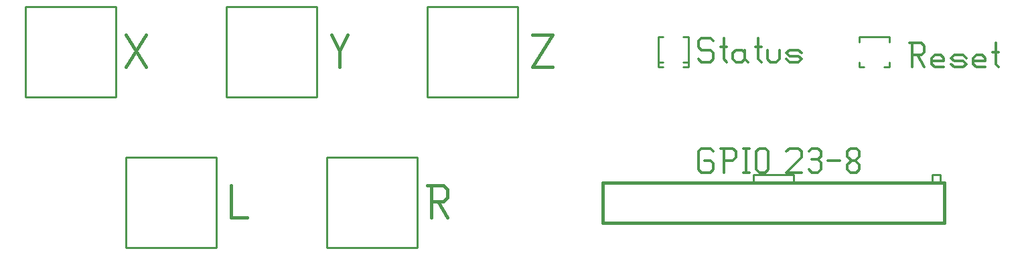
<source format=gbr>
G04 start of page 8 for group -4079 idx -4079 *
G04 Title: (unknown), topsilk *
G04 Creator: pcb 20140316 *
G04 CreationDate: Tue 28 Aug 2018 05:59:29 PM GMT UTC *
G04 For: thomasc *
G04 Format: Gerber/RS-274X *
G04 PCB-Dimensions (mil): 5300.00 1250.00 *
G04 PCB-Coordinate-Origin: lower left *
%MOIN*%
%FSLAX25Y25*%
%LNTOPSILK*%
%ADD51C,0.0100*%
%ADD50C,0.0150*%
%ADD49C,0.0120*%
%ADD48C,0.0160*%
G54D48*X270000Y108500D02*X280000D01*
X270000Y92500D02*X280000Y108500D01*
X270000Y92500D02*X280000D01*
G54D49*X358500Y52000D02*X360000Y50500D01*
X354000Y52000D02*X358500D01*
X352500Y50500D02*X354000Y52000D01*
X352500Y50500D02*Y41500D01*
X354000Y40000D01*
X358500D01*
X360000Y41500D01*
Y44500D02*Y41500D01*
X358500Y46000D02*X360000Y44500D01*
X355500Y46000D02*X358500D01*
X365100Y52000D02*Y40000D01*
X363600Y52000D02*X369600D01*
X371100Y50500D01*
Y47500D01*
X369600Y46000D02*X371100Y47500D01*
X365100Y46000D02*X369600D01*
X374700Y52000D02*X377700D01*
X376200D02*Y40000D01*
X374700D02*X377700D01*
X381300Y50500D02*Y41500D01*
Y50500D02*X382800Y52000D01*
X385800D01*
X387300Y50500D01*
Y41500D01*
X385800Y40000D02*X387300Y41500D01*
X382800Y40000D02*X385800D01*
X381300Y41500D02*X382800Y40000D01*
X396300Y50500D02*X397800Y52000D01*
X402300D01*
X403800Y50500D01*
Y47500D01*
X396300Y40000D02*X403800Y47500D01*
X396300Y40000D02*X403800D01*
X407400Y50500D02*X408900Y52000D01*
X411900D01*
X413400Y50500D01*
X411900Y40000D02*X413400Y41500D01*
X408900Y40000D02*X411900D01*
X407400Y41500D02*X408900Y40000D01*
Y46600D02*X411900D01*
X413400Y50500D02*Y48100D01*
Y45100D02*Y41500D01*
Y45100D02*X411900Y46600D01*
X413400Y48100D02*X411900Y46600D01*
X417000Y46000D02*X423000D01*
X426600Y41500D02*X428100Y40000D01*
X426600Y43900D02*Y41500D01*
Y43900D02*X428700Y46000D01*
X430500D01*
X432600Y43900D01*
Y41500D01*
X431100Y40000D02*X432600Y41500D01*
X428100Y40000D02*X431100D01*
X426600Y48100D02*X428700Y46000D01*
X426600Y50500D02*Y48100D01*
Y50500D02*X428100Y52000D01*
X431100D01*
X432600Y50500D01*
Y48100D01*
X430500Y46000D02*X432600Y48100D01*
X358500Y107000D02*X360000Y105500D01*
X354000Y107000D02*X358500D01*
X352500Y105500D02*X354000Y107000D01*
X352500Y105500D02*Y102500D01*
X354000Y101000D01*
X358500D01*
X360000Y99500D01*
Y96500D01*
X358500Y95000D02*X360000Y96500D01*
X354000Y95000D02*X358500D01*
X352500Y96500D02*X354000Y95000D01*
X365100Y107000D02*Y96500D01*
X366600Y95000D01*
X363600Y102500D02*X366600D01*
X374100Y101000D02*X375600Y99500D01*
X371100Y101000D02*X374100D01*
X369600Y99500D02*X371100Y101000D01*
X369600Y99500D02*Y96500D01*
X371100Y95000D01*
X375600Y101000D02*Y96500D01*
X377100Y95000D01*
X371100D02*X374100D01*
X375600Y96500D01*
X382200Y107000D02*Y96500D01*
X383700Y95000D01*
X380700Y102500D02*X383700D01*
X386700Y101000D02*Y96500D01*
X388200Y95000D01*
X391200D01*
X392700Y96500D01*
Y101000D02*Y96500D01*
X397800Y95000D02*X402300D01*
X403800Y96500D01*
X402300Y98000D02*X403800Y96500D01*
X397800Y98000D02*X402300D01*
X396300Y99500D02*X397800Y98000D01*
X396300Y99500D02*X397800Y101000D01*
X402300D01*
X403800Y99500D01*
X396300Y96500D02*X397800Y95000D01*
G54D48*X67500Y92500D02*X77500Y108500D01*
X67500D02*X77500Y92500D01*
X170000Y108500D02*X174000Y100500D01*
X178000Y108500D01*
X174000Y100500D02*Y92500D01*
X120000Y33500D02*Y17500D01*
X128000D01*
X217500Y33500D02*X225500D01*
X227500Y31500D01*
Y27500D01*
X225500Y25500D02*X227500Y27500D01*
X219500Y25500D02*X225500D01*
X219500Y33500D02*Y17500D01*
X222700Y25500D02*X227500Y17500D01*
G54D49*X457500Y104500D02*X463500D01*
X465000Y103000D01*
Y100000D01*
X463500Y98500D02*X465000Y100000D01*
X459000Y98500D02*X463500D01*
X459000Y104500D02*Y92500D01*
X461400Y98500D02*X465000Y92500D01*
X470100D02*X474600D01*
X468600Y94000D02*X470100Y92500D01*
X468600Y97000D02*Y94000D01*
Y97000D02*X470100Y98500D01*
X473100D01*
X474600Y97000D01*
X468600Y95500D02*X474600D01*
Y97000D02*Y95500D01*
X479700Y92500D02*X484200D01*
X485700Y94000D01*
X484200Y95500D02*X485700Y94000D01*
X479700Y95500D02*X484200D01*
X478200Y97000D02*X479700Y95500D01*
X478200Y97000D02*X479700Y98500D01*
X484200D01*
X485700Y97000D01*
X478200Y94000D02*X479700Y92500D01*
X490800D02*X495300D01*
X489300Y94000D02*X490800Y92500D01*
X489300Y97000D02*Y94000D01*
Y97000D02*X490800Y98500D01*
X493800D01*
X495300Y97000D01*
X489300Y95500D02*X495300D01*
Y97000D02*Y95500D01*
X500400Y104500D02*Y94000D01*
X501900Y92500D01*
X498900Y100000D02*X501900D01*
G54D50*X305000Y35000D02*Y15000D01*
X475000Y35000D02*Y15000D01*
G54D51*X473000Y39000D02*Y35000D01*
G54D50*X305000D02*X475000D01*
G54D51*X469000Y39000D02*X473000D01*
G54D50*X305000Y15000D02*X475000D01*
G54D51*X469000Y39000D02*Y35000D01*
X380000Y39000D02*Y35000D01*
X400000Y39000D02*Y35000D01*
X380000Y39000D02*X399500D01*
X335000Y107500D02*X332500D01*
Y92500D01*
X335000D01*
X345000Y107500D02*X347500D01*
Y92500D01*
X345000D01*
X332500Y95000D02*X335000D01*
X347500D02*X345000D01*
X432500Y105000D02*Y107500D01*
X447500D01*
Y105000D01*
Y95000D02*Y92500D01*
X445000D01*
X435000D02*X432500D01*
Y95000D01*
X17500Y77500D02*Y122500D01*
X62500D01*
Y77500D01*
X17500D01*
X117500D02*Y122500D01*
X162500D01*
Y77500D01*
X117500D01*
X217500D02*Y122500D01*
X262500D01*
Y77500D01*
X217500D01*
X167500Y2500D02*Y47500D01*
X212500D01*
Y2500D01*
X167500D01*
X67500D02*Y47500D01*
X112500D01*
Y2500D01*
X67500D01*
M02*

</source>
